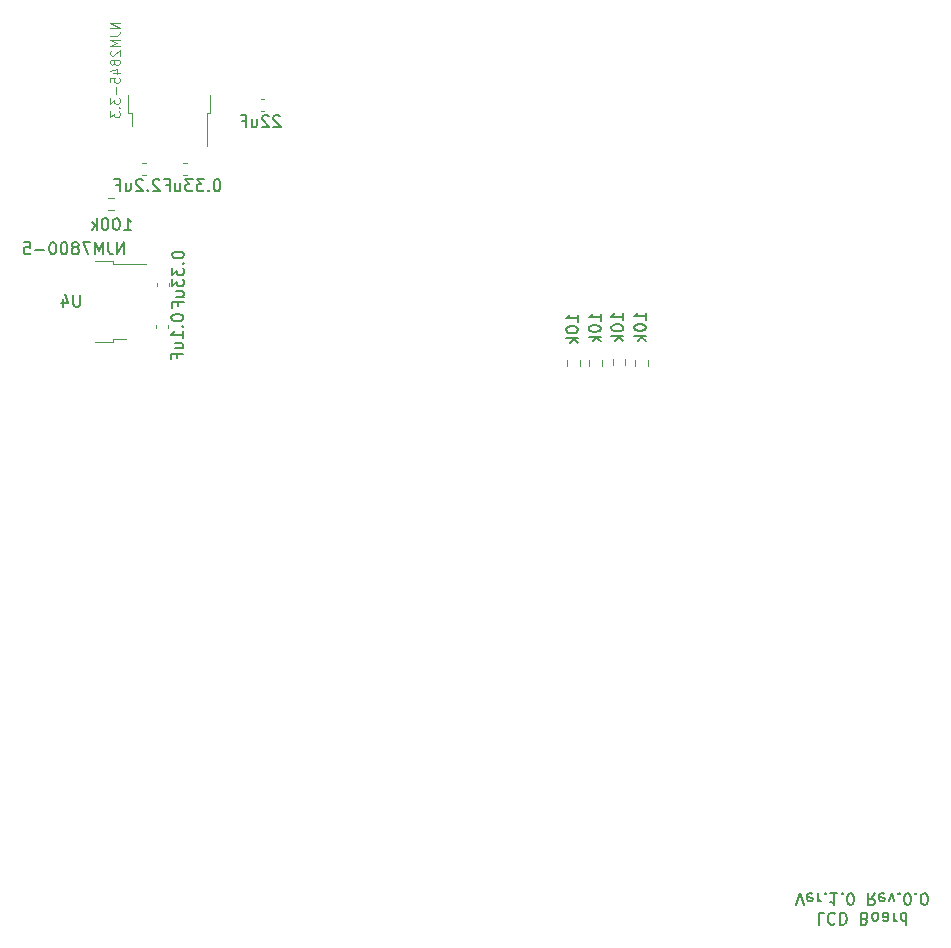
<source format=gbo>
G04 #@! TF.GenerationSoftware,KiCad,Pcbnew,5.1.10-88a1d61d58~88~ubuntu18.04.1*
G04 #@! TF.CreationDate,2021-10-23T19:35:26+09:00*
G04 #@! TF.ProjectId,CameraJigSTM32F446RE_Logic,43616d65-7261-44a6-9967-53544d333246,rev?*
G04 #@! TF.SameCoordinates,Original*
G04 #@! TF.FileFunction,Legend,Bot*
G04 #@! TF.FilePolarity,Positive*
%FSLAX46Y46*%
G04 Gerber Fmt 4.6, Leading zero omitted, Abs format (unit mm)*
G04 Created by KiCad (PCBNEW 5.1.10-88a1d61d58~88~ubuntu18.04.1) date 2021-10-23 19:35:26*
%MOMM*%
%LPD*%
G01*
G04 APERTURE LIST*
%ADD10C,0.150000*%
%ADD11C,0.100000*%
%ADD12C,0.120000*%
G04 APERTURE END LIST*
D10*
X123951904Y-138732619D02*
X123475714Y-138732619D01*
X123475714Y-139732619D01*
X124856666Y-138827857D02*
X124809047Y-138780238D01*
X124666190Y-138732619D01*
X124570952Y-138732619D01*
X124428095Y-138780238D01*
X124332857Y-138875476D01*
X124285238Y-138970714D01*
X124237619Y-139161190D01*
X124237619Y-139304047D01*
X124285238Y-139494523D01*
X124332857Y-139589761D01*
X124428095Y-139685000D01*
X124570952Y-139732619D01*
X124666190Y-139732619D01*
X124809047Y-139685000D01*
X124856666Y-139637380D01*
X125285238Y-138732619D02*
X125285238Y-139732619D01*
X125523333Y-139732619D01*
X125666190Y-139685000D01*
X125761428Y-139589761D01*
X125809047Y-139494523D01*
X125856666Y-139304047D01*
X125856666Y-139161190D01*
X125809047Y-138970714D01*
X125761428Y-138875476D01*
X125666190Y-138780238D01*
X125523333Y-138732619D01*
X125285238Y-138732619D01*
X127380476Y-139256428D02*
X127523333Y-139208809D01*
X127570952Y-139161190D01*
X127618571Y-139065952D01*
X127618571Y-138923095D01*
X127570952Y-138827857D01*
X127523333Y-138780238D01*
X127428095Y-138732619D01*
X127047142Y-138732619D01*
X127047142Y-139732619D01*
X127380476Y-139732619D01*
X127475714Y-139685000D01*
X127523333Y-139637380D01*
X127570952Y-139542142D01*
X127570952Y-139446904D01*
X127523333Y-139351666D01*
X127475714Y-139304047D01*
X127380476Y-139256428D01*
X127047142Y-139256428D01*
X128190000Y-138732619D02*
X128094761Y-138780238D01*
X128047142Y-138827857D01*
X127999523Y-138923095D01*
X127999523Y-139208809D01*
X128047142Y-139304047D01*
X128094761Y-139351666D01*
X128190000Y-139399285D01*
X128332857Y-139399285D01*
X128428095Y-139351666D01*
X128475714Y-139304047D01*
X128523333Y-139208809D01*
X128523333Y-138923095D01*
X128475714Y-138827857D01*
X128428095Y-138780238D01*
X128332857Y-138732619D01*
X128190000Y-138732619D01*
X129380476Y-138732619D02*
X129380476Y-139256428D01*
X129332857Y-139351666D01*
X129237619Y-139399285D01*
X129047142Y-139399285D01*
X128951904Y-139351666D01*
X129380476Y-138780238D02*
X129285238Y-138732619D01*
X129047142Y-138732619D01*
X128951904Y-138780238D01*
X128904285Y-138875476D01*
X128904285Y-138970714D01*
X128951904Y-139065952D01*
X129047142Y-139113571D01*
X129285238Y-139113571D01*
X129380476Y-139161190D01*
X129856666Y-138732619D02*
X129856666Y-139399285D01*
X129856666Y-139208809D02*
X129904285Y-139304047D01*
X129951904Y-139351666D01*
X130047142Y-139399285D01*
X130142380Y-139399285D01*
X130904285Y-138732619D02*
X130904285Y-139732619D01*
X130904285Y-138780238D02*
X130809047Y-138732619D01*
X130618571Y-138732619D01*
X130523333Y-138780238D01*
X130475714Y-138827857D01*
X130428095Y-138923095D01*
X130428095Y-139208809D01*
X130475714Y-139304047D01*
X130523333Y-139351666D01*
X130618571Y-139399285D01*
X130809047Y-139399285D01*
X130904285Y-139351666D01*
X121570952Y-138082619D02*
X121904285Y-137082619D01*
X122237619Y-138082619D01*
X122951904Y-137130238D02*
X122856666Y-137082619D01*
X122666190Y-137082619D01*
X122570952Y-137130238D01*
X122523333Y-137225476D01*
X122523333Y-137606428D01*
X122570952Y-137701666D01*
X122666190Y-137749285D01*
X122856666Y-137749285D01*
X122951904Y-137701666D01*
X122999523Y-137606428D01*
X122999523Y-137511190D01*
X122523333Y-137415952D01*
X123428095Y-137082619D02*
X123428095Y-137749285D01*
X123428095Y-137558809D02*
X123475714Y-137654047D01*
X123523333Y-137701666D01*
X123618571Y-137749285D01*
X123713809Y-137749285D01*
X124047142Y-137177857D02*
X124094761Y-137130238D01*
X124047142Y-137082619D01*
X123999523Y-137130238D01*
X124047142Y-137177857D01*
X124047142Y-137082619D01*
X125047142Y-137082619D02*
X124475714Y-137082619D01*
X124761428Y-137082619D02*
X124761428Y-138082619D01*
X124666190Y-137939761D01*
X124570952Y-137844523D01*
X124475714Y-137796904D01*
X125475714Y-137177857D02*
X125523333Y-137130238D01*
X125475714Y-137082619D01*
X125428095Y-137130238D01*
X125475714Y-137177857D01*
X125475714Y-137082619D01*
X126142380Y-138082619D02*
X126237619Y-138082619D01*
X126332857Y-138035000D01*
X126380476Y-137987380D01*
X126428095Y-137892142D01*
X126475714Y-137701666D01*
X126475714Y-137463571D01*
X126428095Y-137273095D01*
X126380476Y-137177857D01*
X126332857Y-137130238D01*
X126237619Y-137082619D01*
X126142380Y-137082619D01*
X126047142Y-137130238D01*
X125999523Y-137177857D01*
X125951904Y-137273095D01*
X125904285Y-137463571D01*
X125904285Y-137701666D01*
X125951904Y-137892142D01*
X125999523Y-137987380D01*
X126047142Y-138035000D01*
X126142380Y-138082619D01*
X128237619Y-137082619D02*
X127904285Y-137558809D01*
X127666190Y-137082619D02*
X127666190Y-138082619D01*
X128047142Y-138082619D01*
X128142380Y-138035000D01*
X128190000Y-137987380D01*
X128237619Y-137892142D01*
X128237619Y-137749285D01*
X128190000Y-137654047D01*
X128142380Y-137606428D01*
X128047142Y-137558809D01*
X127666190Y-137558809D01*
X129047142Y-137130238D02*
X128951904Y-137082619D01*
X128761428Y-137082619D01*
X128666190Y-137130238D01*
X128618571Y-137225476D01*
X128618571Y-137606428D01*
X128666190Y-137701666D01*
X128761428Y-137749285D01*
X128951904Y-137749285D01*
X129047142Y-137701666D01*
X129094761Y-137606428D01*
X129094761Y-137511190D01*
X128618571Y-137415952D01*
X129428095Y-137749285D02*
X129666190Y-137082619D01*
X129904285Y-137749285D01*
X130285238Y-137177857D02*
X130332857Y-137130238D01*
X130285238Y-137082619D01*
X130237619Y-137130238D01*
X130285238Y-137177857D01*
X130285238Y-137082619D01*
X130951904Y-138082619D02*
X131047142Y-138082619D01*
X131142380Y-138035000D01*
X131190000Y-137987380D01*
X131237619Y-137892142D01*
X131285238Y-137701666D01*
X131285238Y-137463571D01*
X131237619Y-137273095D01*
X131190000Y-137177857D01*
X131142380Y-137130238D01*
X131047142Y-137082619D01*
X130951904Y-137082619D01*
X130856666Y-137130238D01*
X130809047Y-137177857D01*
X130761428Y-137273095D01*
X130713809Y-137463571D01*
X130713809Y-137701666D01*
X130761428Y-137892142D01*
X130809047Y-137987380D01*
X130856666Y-138035000D01*
X130951904Y-138082619D01*
X131713809Y-137177857D02*
X131761428Y-137130238D01*
X131713809Y-137082619D01*
X131666190Y-137130238D01*
X131713809Y-137177857D01*
X131713809Y-137082619D01*
X132380476Y-138082619D02*
X132475714Y-138082619D01*
X132570952Y-138035000D01*
X132618571Y-137987380D01*
X132666190Y-137892142D01*
X132713809Y-137701666D01*
X132713809Y-137463571D01*
X132666190Y-137273095D01*
X132618571Y-137177857D01*
X132570952Y-137130238D01*
X132475714Y-137082619D01*
X132380476Y-137082619D01*
X132285238Y-137130238D01*
X132237619Y-137177857D01*
X132190000Y-137273095D01*
X132142380Y-137463571D01*
X132142380Y-137701666D01*
X132190000Y-137892142D01*
X132237619Y-137987380D01*
X132285238Y-138035000D01*
X132380476Y-138082619D01*
X77872857Y-71317619D02*
X77825238Y-71270000D01*
X77730000Y-71222380D01*
X77491904Y-71222380D01*
X77396666Y-71270000D01*
X77349047Y-71317619D01*
X77301428Y-71412857D01*
X77301428Y-71508095D01*
X77349047Y-71650952D01*
X77920476Y-72222380D01*
X77301428Y-72222380D01*
X76920476Y-71317619D02*
X76872857Y-71270000D01*
X76777619Y-71222380D01*
X76539523Y-71222380D01*
X76444285Y-71270000D01*
X76396666Y-71317619D01*
X76349047Y-71412857D01*
X76349047Y-71508095D01*
X76396666Y-71650952D01*
X76968095Y-72222380D01*
X76349047Y-72222380D01*
X75491904Y-71555714D02*
X75491904Y-72222380D01*
X75920476Y-71555714D02*
X75920476Y-72079523D01*
X75872857Y-72174761D01*
X75777619Y-72222380D01*
X75634761Y-72222380D01*
X75539523Y-72174761D01*
X75491904Y-72127142D01*
X74682380Y-71698571D02*
X75015714Y-71698571D01*
X75015714Y-72222380D02*
X75015714Y-71222380D01*
X74539523Y-71222380D01*
X108852380Y-88524761D02*
X108852380Y-87953333D01*
X108852380Y-88239047D02*
X107852380Y-88239047D01*
X107995238Y-88143809D01*
X108090476Y-88048571D01*
X108138095Y-87953333D01*
X107852380Y-89143809D02*
X107852380Y-89239047D01*
X107900000Y-89334285D01*
X107947619Y-89381904D01*
X108042857Y-89429523D01*
X108233333Y-89477142D01*
X108471428Y-89477142D01*
X108661904Y-89429523D01*
X108757142Y-89381904D01*
X108804761Y-89334285D01*
X108852380Y-89239047D01*
X108852380Y-89143809D01*
X108804761Y-89048571D01*
X108757142Y-89000952D01*
X108661904Y-88953333D01*
X108471428Y-88905714D01*
X108233333Y-88905714D01*
X108042857Y-88953333D01*
X107947619Y-89000952D01*
X107900000Y-89048571D01*
X107852380Y-89143809D01*
X108852380Y-89905714D02*
X107852380Y-89905714D01*
X108471428Y-90000952D02*
X108852380Y-90286666D01*
X108185714Y-90286666D02*
X108566666Y-89905714D01*
X106932380Y-88544761D02*
X106932380Y-87973333D01*
X106932380Y-88259047D02*
X105932380Y-88259047D01*
X106075238Y-88163809D01*
X106170476Y-88068571D01*
X106218095Y-87973333D01*
X105932380Y-89163809D02*
X105932380Y-89259047D01*
X105980000Y-89354285D01*
X106027619Y-89401904D01*
X106122857Y-89449523D01*
X106313333Y-89497142D01*
X106551428Y-89497142D01*
X106741904Y-89449523D01*
X106837142Y-89401904D01*
X106884761Y-89354285D01*
X106932380Y-89259047D01*
X106932380Y-89163809D01*
X106884761Y-89068571D01*
X106837142Y-89020952D01*
X106741904Y-88973333D01*
X106551428Y-88925714D01*
X106313333Y-88925714D01*
X106122857Y-88973333D01*
X106027619Y-89020952D01*
X105980000Y-89068571D01*
X105932380Y-89163809D01*
X106932380Y-89925714D02*
X105932380Y-89925714D01*
X106551428Y-90020952D02*
X106932380Y-90306666D01*
X106265714Y-90306666D02*
X106646666Y-89925714D01*
X105032380Y-88594761D02*
X105032380Y-88023333D01*
X105032380Y-88309047D02*
X104032380Y-88309047D01*
X104175238Y-88213809D01*
X104270476Y-88118571D01*
X104318095Y-88023333D01*
X104032380Y-89213809D02*
X104032380Y-89309047D01*
X104080000Y-89404285D01*
X104127619Y-89451904D01*
X104222857Y-89499523D01*
X104413333Y-89547142D01*
X104651428Y-89547142D01*
X104841904Y-89499523D01*
X104937142Y-89451904D01*
X104984761Y-89404285D01*
X105032380Y-89309047D01*
X105032380Y-89213809D01*
X104984761Y-89118571D01*
X104937142Y-89070952D01*
X104841904Y-89023333D01*
X104651428Y-88975714D01*
X104413333Y-88975714D01*
X104222857Y-89023333D01*
X104127619Y-89070952D01*
X104080000Y-89118571D01*
X104032380Y-89213809D01*
X105032380Y-89975714D02*
X104032380Y-89975714D01*
X104651428Y-90070952D02*
X105032380Y-90356666D01*
X104365714Y-90356666D02*
X104746666Y-89975714D01*
X103112380Y-88704761D02*
X103112380Y-88133333D01*
X103112380Y-88419047D02*
X102112380Y-88419047D01*
X102255238Y-88323809D01*
X102350476Y-88228571D01*
X102398095Y-88133333D01*
X102112380Y-89323809D02*
X102112380Y-89419047D01*
X102160000Y-89514285D01*
X102207619Y-89561904D01*
X102302857Y-89609523D01*
X102493333Y-89657142D01*
X102731428Y-89657142D01*
X102921904Y-89609523D01*
X103017142Y-89561904D01*
X103064761Y-89514285D01*
X103112380Y-89419047D01*
X103112380Y-89323809D01*
X103064761Y-89228571D01*
X103017142Y-89180952D01*
X102921904Y-89133333D01*
X102731428Y-89085714D01*
X102493333Y-89085714D01*
X102302857Y-89133333D01*
X102207619Y-89180952D01*
X102160000Y-89228571D01*
X102112380Y-89323809D01*
X103112380Y-90085714D02*
X102112380Y-90085714D01*
X102731428Y-90180952D02*
X103112380Y-90466666D01*
X102445714Y-90466666D02*
X102826666Y-90085714D01*
X68672380Y-88307142D02*
X68672380Y-88402380D01*
X68720000Y-88497619D01*
X68767619Y-88545238D01*
X68862857Y-88592857D01*
X69053333Y-88640476D01*
X69291428Y-88640476D01*
X69481904Y-88592857D01*
X69577142Y-88545238D01*
X69624761Y-88497619D01*
X69672380Y-88402380D01*
X69672380Y-88307142D01*
X69624761Y-88211904D01*
X69577142Y-88164285D01*
X69481904Y-88116666D01*
X69291428Y-88069047D01*
X69053333Y-88069047D01*
X68862857Y-88116666D01*
X68767619Y-88164285D01*
X68720000Y-88211904D01*
X68672380Y-88307142D01*
X69577142Y-89069047D02*
X69624761Y-89116666D01*
X69672380Y-89069047D01*
X69624761Y-89021428D01*
X69577142Y-89069047D01*
X69672380Y-89069047D01*
X69672380Y-90069047D02*
X69672380Y-89497619D01*
X69672380Y-89783333D02*
X68672380Y-89783333D01*
X68815238Y-89688095D01*
X68910476Y-89592857D01*
X68958095Y-89497619D01*
X69005714Y-90926190D02*
X69672380Y-90926190D01*
X69005714Y-90497619D02*
X69529523Y-90497619D01*
X69624761Y-90545238D01*
X69672380Y-90640476D01*
X69672380Y-90783333D01*
X69624761Y-90878571D01*
X69577142Y-90926190D01*
X69148571Y-91735714D02*
X69148571Y-91402380D01*
X69672380Y-91402380D02*
X68672380Y-91402380D01*
X68672380Y-91878571D01*
X68742380Y-82990952D02*
X68742380Y-83086190D01*
X68790000Y-83181428D01*
X68837619Y-83229047D01*
X68932857Y-83276666D01*
X69123333Y-83324285D01*
X69361428Y-83324285D01*
X69551904Y-83276666D01*
X69647142Y-83229047D01*
X69694761Y-83181428D01*
X69742380Y-83086190D01*
X69742380Y-82990952D01*
X69694761Y-82895714D01*
X69647142Y-82848095D01*
X69551904Y-82800476D01*
X69361428Y-82752857D01*
X69123333Y-82752857D01*
X68932857Y-82800476D01*
X68837619Y-82848095D01*
X68790000Y-82895714D01*
X68742380Y-82990952D01*
X69647142Y-83752857D02*
X69694761Y-83800476D01*
X69742380Y-83752857D01*
X69694761Y-83705238D01*
X69647142Y-83752857D01*
X69742380Y-83752857D01*
X68742380Y-84133809D02*
X68742380Y-84752857D01*
X69123333Y-84419523D01*
X69123333Y-84562380D01*
X69170952Y-84657619D01*
X69218571Y-84705238D01*
X69313809Y-84752857D01*
X69551904Y-84752857D01*
X69647142Y-84705238D01*
X69694761Y-84657619D01*
X69742380Y-84562380D01*
X69742380Y-84276666D01*
X69694761Y-84181428D01*
X69647142Y-84133809D01*
X68742380Y-85086190D02*
X68742380Y-85705238D01*
X69123333Y-85371904D01*
X69123333Y-85514761D01*
X69170952Y-85610000D01*
X69218571Y-85657619D01*
X69313809Y-85705238D01*
X69551904Y-85705238D01*
X69647142Y-85657619D01*
X69694761Y-85610000D01*
X69742380Y-85514761D01*
X69742380Y-85229047D01*
X69694761Y-85133809D01*
X69647142Y-85086190D01*
X69075714Y-86562380D02*
X69742380Y-86562380D01*
X69075714Y-86133809D02*
X69599523Y-86133809D01*
X69694761Y-86181428D01*
X69742380Y-86276666D01*
X69742380Y-86419523D01*
X69694761Y-86514761D01*
X69647142Y-86562380D01*
X69218571Y-87371904D02*
X69218571Y-87038571D01*
X69742380Y-87038571D02*
X68742380Y-87038571D01*
X68742380Y-87514761D01*
X64688095Y-82972380D02*
X64688095Y-81972380D01*
X64116666Y-82972380D01*
X64116666Y-81972380D01*
X63354761Y-81972380D02*
X63354761Y-82686666D01*
X63402380Y-82829523D01*
X63497619Y-82924761D01*
X63640476Y-82972380D01*
X63735714Y-82972380D01*
X62878571Y-82972380D02*
X62878571Y-81972380D01*
X62545238Y-82686666D01*
X62211904Y-81972380D01*
X62211904Y-82972380D01*
X61830952Y-81972380D02*
X61164285Y-81972380D01*
X61592857Y-82972380D01*
X60640476Y-82400952D02*
X60735714Y-82353333D01*
X60783333Y-82305714D01*
X60830952Y-82210476D01*
X60830952Y-82162857D01*
X60783333Y-82067619D01*
X60735714Y-82020000D01*
X60640476Y-81972380D01*
X60450000Y-81972380D01*
X60354761Y-82020000D01*
X60307142Y-82067619D01*
X60259523Y-82162857D01*
X60259523Y-82210476D01*
X60307142Y-82305714D01*
X60354761Y-82353333D01*
X60450000Y-82400952D01*
X60640476Y-82400952D01*
X60735714Y-82448571D01*
X60783333Y-82496190D01*
X60830952Y-82591428D01*
X60830952Y-82781904D01*
X60783333Y-82877142D01*
X60735714Y-82924761D01*
X60640476Y-82972380D01*
X60450000Y-82972380D01*
X60354761Y-82924761D01*
X60307142Y-82877142D01*
X60259523Y-82781904D01*
X60259523Y-82591428D01*
X60307142Y-82496190D01*
X60354761Y-82448571D01*
X60450000Y-82400952D01*
X59640476Y-81972380D02*
X59545238Y-81972380D01*
X59450000Y-82020000D01*
X59402380Y-82067619D01*
X59354761Y-82162857D01*
X59307142Y-82353333D01*
X59307142Y-82591428D01*
X59354761Y-82781904D01*
X59402380Y-82877142D01*
X59450000Y-82924761D01*
X59545238Y-82972380D01*
X59640476Y-82972380D01*
X59735714Y-82924761D01*
X59783333Y-82877142D01*
X59830952Y-82781904D01*
X59878571Y-82591428D01*
X59878571Y-82353333D01*
X59830952Y-82162857D01*
X59783333Y-82067619D01*
X59735714Y-82020000D01*
X59640476Y-81972380D01*
X58688095Y-81972380D02*
X58592857Y-81972380D01*
X58497619Y-82020000D01*
X58450000Y-82067619D01*
X58402380Y-82162857D01*
X58354761Y-82353333D01*
X58354761Y-82591428D01*
X58402380Y-82781904D01*
X58450000Y-82877142D01*
X58497619Y-82924761D01*
X58592857Y-82972380D01*
X58688095Y-82972380D01*
X58783333Y-82924761D01*
X58830952Y-82877142D01*
X58878571Y-82781904D01*
X58926190Y-82591428D01*
X58926190Y-82353333D01*
X58878571Y-82162857D01*
X58830952Y-82067619D01*
X58783333Y-82020000D01*
X58688095Y-81972380D01*
X57926190Y-82591428D02*
X57164285Y-82591428D01*
X56211904Y-81972380D02*
X56688095Y-81972380D01*
X56735714Y-82448571D01*
X56688095Y-82400952D01*
X56592857Y-82353333D01*
X56354761Y-82353333D01*
X56259523Y-82400952D01*
X56211904Y-82448571D01*
X56164285Y-82543809D01*
X56164285Y-82781904D01*
X56211904Y-82877142D01*
X56259523Y-82924761D01*
X56354761Y-82972380D01*
X56592857Y-82972380D01*
X56688095Y-82924761D01*
X56735714Y-82877142D01*
X67670952Y-76717619D02*
X67623333Y-76670000D01*
X67528095Y-76622380D01*
X67290000Y-76622380D01*
X67194761Y-76670000D01*
X67147142Y-76717619D01*
X67099523Y-76812857D01*
X67099523Y-76908095D01*
X67147142Y-77050952D01*
X67718571Y-77622380D01*
X67099523Y-77622380D01*
X66670952Y-77527142D02*
X66623333Y-77574761D01*
X66670952Y-77622380D01*
X66718571Y-77574761D01*
X66670952Y-77527142D01*
X66670952Y-77622380D01*
X66242380Y-76717619D02*
X66194761Y-76670000D01*
X66099523Y-76622380D01*
X65861428Y-76622380D01*
X65766190Y-76670000D01*
X65718571Y-76717619D01*
X65670952Y-76812857D01*
X65670952Y-76908095D01*
X65718571Y-77050952D01*
X66290000Y-77622380D01*
X65670952Y-77622380D01*
X64813809Y-76955714D02*
X64813809Y-77622380D01*
X65242380Y-76955714D02*
X65242380Y-77479523D01*
X65194761Y-77574761D01*
X65099523Y-77622380D01*
X64956666Y-77622380D01*
X64861428Y-77574761D01*
X64813809Y-77527142D01*
X64004285Y-77098571D02*
X64337619Y-77098571D01*
X64337619Y-77622380D02*
X64337619Y-76622380D01*
X63861428Y-76622380D01*
X72589047Y-76642380D02*
X72493809Y-76642380D01*
X72398571Y-76690000D01*
X72350952Y-76737619D01*
X72303333Y-76832857D01*
X72255714Y-77023333D01*
X72255714Y-77261428D01*
X72303333Y-77451904D01*
X72350952Y-77547142D01*
X72398571Y-77594761D01*
X72493809Y-77642380D01*
X72589047Y-77642380D01*
X72684285Y-77594761D01*
X72731904Y-77547142D01*
X72779523Y-77451904D01*
X72827142Y-77261428D01*
X72827142Y-77023333D01*
X72779523Y-76832857D01*
X72731904Y-76737619D01*
X72684285Y-76690000D01*
X72589047Y-76642380D01*
X71827142Y-77547142D02*
X71779523Y-77594761D01*
X71827142Y-77642380D01*
X71874761Y-77594761D01*
X71827142Y-77547142D01*
X71827142Y-77642380D01*
X71446190Y-76642380D02*
X70827142Y-76642380D01*
X71160476Y-77023333D01*
X71017619Y-77023333D01*
X70922380Y-77070952D01*
X70874761Y-77118571D01*
X70827142Y-77213809D01*
X70827142Y-77451904D01*
X70874761Y-77547142D01*
X70922380Y-77594761D01*
X71017619Y-77642380D01*
X71303333Y-77642380D01*
X71398571Y-77594761D01*
X71446190Y-77547142D01*
X70493809Y-76642380D02*
X69874761Y-76642380D01*
X70208095Y-77023333D01*
X70065238Y-77023333D01*
X69970000Y-77070952D01*
X69922380Y-77118571D01*
X69874761Y-77213809D01*
X69874761Y-77451904D01*
X69922380Y-77547142D01*
X69970000Y-77594761D01*
X70065238Y-77642380D01*
X70350952Y-77642380D01*
X70446190Y-77594761D01*
X70493809Y-77547142D01*
X69017619Y-76975714D02*
X69017619Y-77642380D01*
X69446190Y-76975714D02*
X69446190Y-77499523D01*
X69398571Y-77594761D01*
X69303333Y-77642380D01*
X69160476Y-77642380D01*
X69065238Y-77594761D01*
X69017619Y-77547142D01*
X68208095Y-77118571D02*
X68541428Y-77118571D01*
X68541428Y-77642380D02*
X68541428Y-76642380D01*
X68065238Y-76642380D01*
D11*
X64301904Y-63408095D02*
X63501904Y-63408095D01*
X64301904Y-63865238D01*
X63501904Y-63865238D01*
X63501904Y-64474761D02*
X64073333Y-64474761D01*
X64187619Y-64436666D01*
X64263809Y-64360476D01*
X64301904Y-64246190D01*
X64301904Y-64170000D01*
X64301904Y-64855714D02*
X63501904Y-64855714D01*
X64073333Y-65122380D01*
X63501904Y-65389047D01*
X64301904Y-65389047D01*
X63578095Y-65731904D02*
X63540000Y-65770000D01*
X63501904Y-65846190D01*
X63501904Y-66036666D01*
X63540000Y-66112857D01*
X63578095Y-66150952D01*
X63654285Y-66189047D01*
X63730476Y-66189047D01*
X63844761Y-66150952D01*
X64301904Y-65693809D01*
X64301904Y-66189047D01*
X63844761Y-66646190D02*
X63806666Y-66570000D01*
X63768571Y-66531904D01*
X63692380Y-66493809D01*
X63654285Y-66493809D01*
X63578095Y-66531904D01*
X63540000Y-66570000D01*
X63501904Y-66646190D01*
X63501904Y-66798571D01*
X63540000Y-66874761D01*
X63578095Y-66912857D01*
X63654285Y-66950952D01*
X63692380Y-66950952D01*
X63768571Y-66912857D01*
X63806666Y-66874761D01*
X63844761Y-66798571D01*
X63844761Y-66646190D01*
X63882857Y-66570000D01*
X63920952Y-66531904D01*
X63997142Y-66493809D01*
X64149523Y-66493809D01*
X64225714Y-66531904D01*
X64263809Y-66570000D01*
X64301904Y-66646190D01*
X64301904Y-66798571D01*
X64263809Y-66874761D01*
X64225714Y-66912857D01*
X64149523Y-66950952D01*
X63997142Y-66950952D01*
X63920952Y-66912857D01*
X63882857Y-66874761D01*
X63844761Y-66798571D01*
X63768571Y-67636666D02*
X64301904Y-67636666D01*
X63463809Y-67446190D02*
X64035238Y-67255714D01*
X64035238Y-67750952D01*
X63501904Y-68436666D02*
X63501904Y-68055714D01*
X63882857Y-68017619D01*
X63844761Y-68055714D01*
X63806666Y-68131904D01*
X63806666Y-68322380D01*
X63844761Y-68398571D01*
X63882857Y-68436666D01*
X63959047Y-68474761D01*
X64149523Y-68474761D01*
X64225714Y-68436666D01*
X64263809Y-68398571D01*
X64301904Y-68322380D01*
X64301904Y-68131904D01*
X64263809Y-68055714D01*
X64225714Y-68017619D01*
X63997142Y-68817619D02*
X63997142Y-69427142D01*
X63501904Y-69731904D02*
X63501904Y-70227142D01*
X63806666Y-69960476D01*
X63806666Y-70074761D01*
X63844761Y-70150952D01*
X63882857Y-70189047D01*
X63959047Y-70227142D01*
X64149523Y-70227142D01*
X64225714Y-70189047D01*
X64263809Y-70150952D01*
X64301904Y-70074761D01*
X64301904Y-69846190D01*
X64263809Y-69770000D01*
X64225714Y-69731904D01*
X64225714Y-70570000D02*
X64263809Y-70608095D01*
X64301904Y-70570000D01*
X64263809Y-70531904D01*
X64225714Y-70570000D01*
X64301904Y-70570000D01*
X63501904Y-70874761D02*
X63501904Y-71370000D01*
X63806666Y-71103333D01*
X63806666Y-71217619D01*
X63844761Y-71293809D01*
X63882857Y-71331904D01*
X63959047Y-71370000D01*
X64149523Y-71370000D01*
X64225714Y-71331904D01*
X64263809Y-71293809D01*
X64301904Y-71217619D01*
X64301904Y-70989047D01*
X64263809Y-70912857D01*
X64225714Y-70874761D01*
D10*
X64681428Y-80932380D02*
X65252857Y-80932380D01*
X64967142Y-80932380D02*
X64967142Y-79932380D01*
X65062380Y-80075238D01*
X65157619Y-80170476D01*
X65252857Y-80218095D01*
X64062380Y-79932380D02*
X63967142Y-79932380D01*
X63871904Y-79980000D01*
X63824285Y-80027619D01*
X63776666Y-80122857D01*
X63729047Y-80313333D01*
X63729047Y-80551428D01*
X63776666Y-80741904D01*
X63824285Y-80837142D01*
X63871904Y-80884761D01*
X63967142Y-80932380D01*
X64062380Y-80932380D01*
X64157619Y-80884761D01*
X64205238Y-80837142D01*
X64252857Y-80741904D01*
X64300476Y-80551428D01*
X64300476Y-80313333D01*
X64252857Y-80122857D01*
X64205238Y-80027619D01*
X64157619Y-79980000D01*
X64062380Y-79932380D01*
X63110000Y-79932380D02*
X63014761Y-79932380D01*
X62919523Y-79980000D01*
X62871904Y-80027619D01*
X62824285Y-80122857D01*
X62776666Y-80313333D01*
X62776666Y-80551428D01*
X62824285Y-80741904D01*
X62871904Y-80837142D01*
X62919523Y-80884761D01*
X63014761Y-80932380D01*
X63110000Y-80932380D01*
X63205238Y-80884761D01*
X63252857Y-80837142D01*
X63300476Y-80741904D01*
X63348095Y-80551428D01*
X63348095Y-80313333D01*
X63300476Y-80122857D01*
X63252857Y-80027619D01*
X63205238Y-79980000D01*
X63110000Y-79932380D01*
X62348095Y-80932380D02*
X62348095Y-79932380D01*
X62252857Y-80551428D02*
X61967142Y-80932380D01*
X61967142Y-80265714D02*
X62348095Y-80646666D01*
D12*
G04 #@! TO.C,C9*
X68460000Y-85403733D02*
X68460000Y-85696267D01*
X67440000Y-85403733D02*
X67440000Y-85696267D01*
G04 #@! TO.C,C11*
X69996267Y-76260000D02*
X69703733Y-76260000D01*
X69996267Y-75240000D02*
X69703733Y-75240000D01*
G04 #@! TO.C,C14*
X67390000Y-89246267D02*
X67390000Y-88953733D01*
X68410000Y-89246267D02*
X68410000Y-88953733D01*
G04 #@! TO.C,C15*
X66203733Y-76260000D02*
X66496267Y-76260000D01*
X66203733Y-75240000D02*
X66496267Y-75240000D01*
G04 #@! TO.C,C16*
X76533767Y-69840000D02*
X76241233Y-69840000D01*
X76533767Y-70860000D02*
X76241233Y-70860000D01*
G04 #@! TO.C,R2*
X109018500Y-92428824D02*
X109018500Y-91919376D01*
X107973500Y-92428824D02*
X107973500Y-91919376D01*
G04 #@! TO.C,R3*
X102217500Y-92444024D02*
X102217500Y-91934576D01*
X103262500Y-92444024D02*
X103262500Y-91934576D01*
G04 #@! TO.C,R4*
X106045500Y-91881276D02*
X106045500Y-92390724D01*
X107090500Y-91881276D02*
X107090500Y-92390724D01*
G04 #@! TO.C,R6*
X105119500Y-92436424D02*
X105119500Y-91926976D01*
X104074500Y-92436424D02*
X104074500Y-91926976D01*
G04 #@! TO.C,R32*
X63804724Y-78227500D02*
X63295276Y-78227500D01*
X63804724Y-79272500D02*
X63295276Y-79272500D01*
G04 #@! TO.C,U4*
X63720000Y-90180000D02*
X64820000Y-90180000D01*
X63720000Y-90450000D02*
X63720000Y-90180000D01*
X62220000Y-90450000D02*
X63720000Y-90450000D01*
X63720000Y-83820000D02*
X66550000Y-83820000D01*
X63720000Y-83550000D02*
X63720000Y-83820000D01*
X62220000Y-83550000D02*
X63720000Y-83550000D01*
G04 #@! TO.C,U6*
X71950000Y-69520000D02*
X71950000Y-71020000D01*
X71950000Y-71020000D02*
X71680000Y-71020000D01*
X71680000Y-71020000D02*
X71680000Y-73850000D01*
X65050000Y-69520000D02*
X65050000Y-71020000D01*
X65050000Y-71020000D02*
X65320000Y-71020000D01*
X65320000Y-71020000D02*
X65320000Y-72120000D01*
G04 #@! TO.C,U4*
D10*
X60950184Y-86406660D02*
X60950184Y-87216184D01*
X60902565Y-87311422D01*
X60854946Y-87359041D01*
X60759708Y-87406660D01*
X60569232Y-87406660D01*
X60473994Y-87359041D01*
X60426375Y-87311422D01*
X60378756Y-87216184D01*
X60378756Y-86406660D01*
X59473994Y-86739994D02*
X59473994Y-87406660D01*
X59712089Y-86359041D02*
X59950184Y-87073327D01*
X59331137Y-87073327D01*
G04 #@! TD*
M02*

</source>
